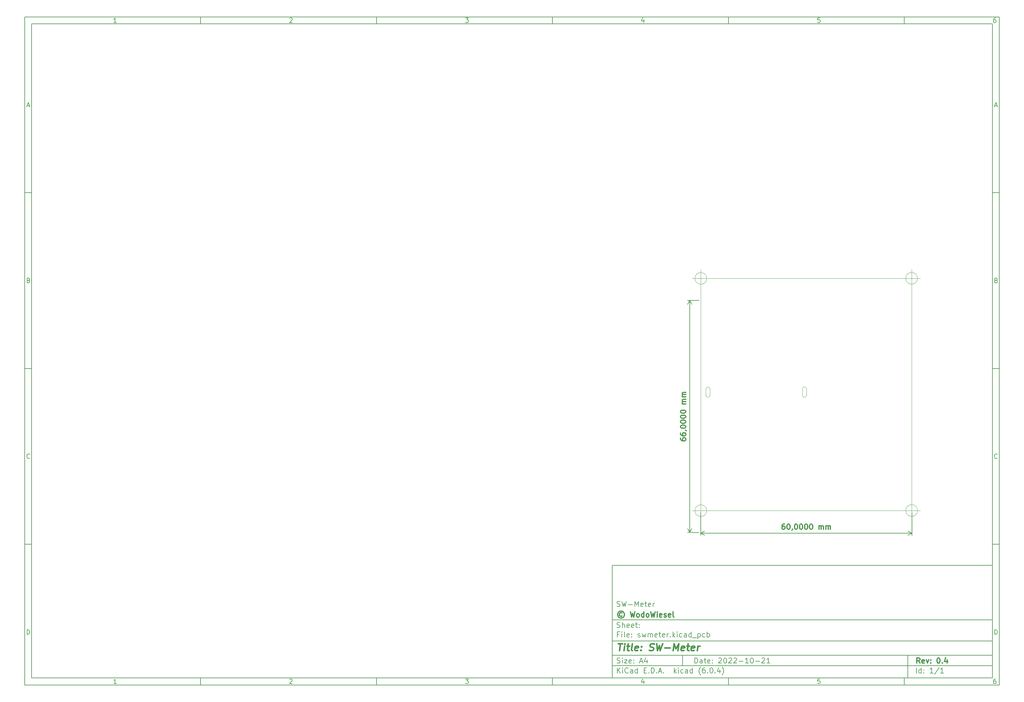
<source format=gbr>
%TF.GenerationSoftware,KiCad,Pcbnew,(6.0.4)*%
%TF.CreationDate,2022-12-17T16:47:49+01:00*%
%TF.ProjectId,swmeter,73776d65-7465-4722-9e6b-696361645f70,0.4*%
%TF.SameCoordinates,PXc0c6960PY8f71310*%
%TF.FileFunction,Other,User*%
%FSLAX46Y46*%
G04 Gerber Fmt 4.6, Leading zero omitted, Abs format (unit mm)*
G04 Created by KiCad (PCBNEW (6.0.4)) date 2022-12-17 16:47:49*
%MOMM*%
%LPD*%
G01*
G04 APERTURE LIST*
%ADD10C,0.100000*%
%ADD11C,0.150000*%
%ADD12C,0.300000*%
%ADD13C,0.400000*%
%TA.AperFunction,Profile*%
%ADD14C,0.100000*%
%TD*%
%ADD15C,0.200000*%
G04 APERTURE END LIST*
D10*
D11*
X-25137800Y-15597200D02*
X-25137800Y-47597200D01*
X82862200Y-47597200D01*
X82862200Y-15597200D01*
X-25137800Y-15597200D01*
D10*
D11*
X-192140000Y140410000D02*
X-192140000Y-49597200D01*
X84862200Y-49597200D01*
X84862200Y140410000D01*
X-192140000Y140410000D01*
D10*
D11*
X-190140000Y138410000D02*
X-190140000Y-47597200D01*
X82862200Y-47597200D01*
X82862200Y138410000D01*
X-190140000Y138410000D01*
D10*
D11*
X-142140000Y138410000D02*
X-142140000Y140410000D01*
D10*
D11*
X-92140000Y138410000D02*
X-92140000Y140410000D01*
D10*
D11*
X-42140000Y138410000D02*
X-42140000Y140410000D01*
D10*
D11*
X7860000Y138410000D02*
X7860000Y140410000D01*
D10*
D11*
X57860000Y138410000D02*
X57860000Y140410000D01*
D10*
D11*
X-166074524Y138821905D02*
X-166817381Y138821905D01*
X-166445953Y138821905D02*
X-166445953Y140121905D01*
X-166569762Y139936191D01*
X-166693572Y139812381D01*
X-166817381Y139750477D01*
D10*
D11*
X-116817381Y139998096D02*
X-116755477Y140060000D01*
X-116631667Y140121905D01*
X-116322143Y140121905D01*
X-116198334Y140060000D01*
X-116136429Y139998096D01*
X-116074524Y139874286D01*
X-116074524Y139750477D01*
X-116136429Y139564762D01*
X-116879286Y138821905D01*
X-116074524Y138821905D01*
D10*
D11*
X-66879286Y140121905D02*
X-66074524Y140121905D01*
X-66507858Y139626667D01*
X-66322143Y139626667D01*
X-66198334Y139564762D01*
X-66136429Y139502858D01*
X-66074524Y139379048D01*
X-66074524Y139069524D01*
X-66136429Y138945715D01*
X-66198334Y138883810D01*
X-66322143Y138821905D01*
X-66693572Y138821905D01*
X-66817381Y138883810D01*
X-66879286Y138945715D01*
D10*
D11*
X-16198334Y139688572D02*
X-16198334Y138821905D01*
X-16507858Y140183810D02*
X-16817381Y139255239D01*
X-16012620Y139255239D01*
D10*
D11*
X33863571Y140121905D02*
X33244523Y140121905D01*
X33182619Y139502858D01*
X33244523Y139564762D01*
X33368333Y139626667D01*
X33677857Y139626667D01*
X33801666Y139564762D01*
X33863571Y139502858D01*
X33925476Y139379048D01*
X33925476Y139069524D01*
X33863571Y138945715D01*
X33801666Y138883810D01*
X33677857Y138821905D01*
X33368333Y138821905D01*
X33244523Y138883810D01*
X33182619Y138945715D01*
D10*
D11*
X83801666Y140121905D02*
X83554047Y140121905D01*
X83430238Y140060000D01*
X83368333Y139998096D01*
X83244523Y139812381D01*
X83182619Y139564762D01*
X83182619Y139069524D01*
X83244523Y138945715D01*
X83306428Y138883810D01*
X83430238Y138821905D01*
X83677857Y138821905D01*
X83801666Y138883810D01*
X83863571Y138945715D01*
X83925476Y139069524D01*
X83925476Y139379048D01*
X83863571Y139502858D01*
X83801666Y139564762D01*
X83677857Y139626667D01*
X83430238Y139626667D01*
X83306428Y139564762D01*
X83244523Y139502858D01*
X83182619Y139379048D01*
D10*
D11*
X-142140000Y-47597200D02*
X-142140000Y-49597200D01*
D10*
D11*
X-92140000Y-47597200D02*
X-92140000Y-49597200D01*
D10*
D11*
X-42140000Y-47597200D02*
X-42140000Y-49597200D01*
D10*
D11*
X7860000Y-47597200D02*
X7860000Y-49597200D01*
D10*
D11*
X57860000Y-47597200D02*
X57860000Y-49597200D01*
D10*
D11*
X-166074524Y-49185295D02*
X-166817381Y-49185295D01*
X-166445953Y-49185295D02*
X-166445953Y-47885295D01*
X-166569762Y-48071009D01*
X-166693572Y-48194819D01*
X-166817381Y-48256723D01*
D10*
D11*
X-116817381Y-48009104D02*
X-116755477Y-47947200D01*
X-116631667Y-47885295D01*
X-116322143Y-47885295D01*
X-116198334Y-47947200D01*
X-116136429Y-48009104D01*
X-116074524Y-48132914D01*
X-116074524Y-48256723D01*
X-116136429Y-48442438D01*
X-116879286Y-49185295D01*
X-116074524Y-49185295D01*
D10*
D11*
X-66879286Y-47885295D02*
X-66074524Y-47885295D01*
X-66507858Y-48380533D01*
X-66322143Y-48380533D01*
X-66198334Y-48442438D01*
X-66136429Y-48504342D01*
X-66074524Y-48628152D01*
X-66074524Y-48937676D01*
X-66136429Y-49061485D01*
X-66198334Y-49123390D01*
X-66322143Y-49185295D01*
X-66693572Y-49185295D01*
X-66817381Y-49123390D01*
X-66879286Y-49061485D01*
D10*
D11*
X-16198334Y-48318628D02*
X-16198334Y-49185295D01*
X-16507858Y-47823390D02*
X-16817381Y-48751961D01*
X-16012620Y-48751961D01*
D10*
D11*
X33863571Y-47885295D02*
X33244523Y-47885295D01*
X33182619Y-48504342D01*
X33244523Y-48442438D01*
X33368333Y-48380533D01*
X33677857Y-48380533D01*
X33801666Y-48442438D01*
X33863571Y-48504342D01*
X33925476Y-48628152D01*
X33925476Y-48937676D01*
X33863571Y-49061485D01*
X33801666Y-49123390D01*
X33677857Y-49185295D01*
X33368333Y-49185295D01*
X33244523Y-49123390D01*
X33182619Y-49061485D01*
D10*
D11*
X83801666Y-47885295D02*
X83554047Y-47885295D01*
X83430238Y-47947200D01*
X83368333Y-48009104D01*
X83244523Y-48194819D01*
X83182619Y-48442438D01*
X83182619Y-48937676D01*
X83244523Y-49061485D01*
X83306428Y-49123390D01*
X83430238Y-49185295D01*
X83677857Y-49185295D01*
X83801666Y-49123390D01*
X83863571Y-49061485D01*
X83925476Y-48937676D01*
X83925476Y-48628152D01*
X83863571Y-48504342D01*
X83801666Y-48442438D01*
X83677857Y-48380533D01*
X83430238Y-48380533D01*
X83306428Y-48442438D01*
X83244523Y-48504342D01*
X83182619Y-48628152D01*
D10*
D11*
X-192140000Y90410000D02*
X-190140000Y90410000D01*
D10*
D11*
X-192140000Y40410000D02*
X-190140000Y40410000D01*
D10*
D11*
X-192140000Y-9590000D02*
X-190140000Y-9590000D01*
D10*
D11*
X-191449524Y115193334D02*
X-190830477Y115193334D01*
X-191573334Y114821905D02*
X-191140000Y116121905D01*
X-190706667Y114821905D01*
D10*
D11*
X-191047143Y65502858D02*
X-190861429Y65440953D01*
X-190799524Y65379048D01*
X-190737620Y65255239D01*
X-190737620Y65069524D01*
X-190799524Y64945715D01*
X-190861429Y64883810D01*
X-190985239Y64821905D01*
X-191480477Y64821905D01*
X-191480477Y66121905D01*
X-191047143Y66121905D01*
X-190923334Y66060000D01*
X-190861429Y65998096D01*
X-190799524Y65874286D01*
X-190799524Y65750477D01*
X-190861429Y65626667D01*
X-190923334Y65564762D01*
X-191047143Y65502858D01*
X-191480477Y65502858D01*
D10*
D11*
X-190737620Y14945715D02*
X-190799524Y14883810D01*
X-190985239Y14821905D01*
X-191109048Y14821905D01*
X-191294762Y14883810D01*
X-191418572Y15007620D01*
X-191480477Y15131429D01*
X-191542381Y15379048D01*
X-191542381Y15564762D01*
X-191480477Y15812381D01*
X-191418572Y15936191D01*
X-191294762Y16060000D01*
X-191109048Y16121905D01*
X-190985239Y16121905D01*
X-190799524Y16060000D01*
X-190737620Y15998096D01*
D10*
D11*
X-191480477Y-35178095D02*
X-191480477Y-33878095D01*
X-191170953Y-33878095D01*
X-190985239Y-33940000D01*
X-190861429Y-34063809D01*
X-190799524Y-34187619D01*
X-190737620Y-34435238D01*
X-190737620Y-34620952D01*
X-190799524Y-34868571D01*
X-190861429Y-34992380D01*
X-190985239Y-35116190D01*
X-191170953Y-35178095D01*
X-191480477Y-35178095D01*
D10*
D11*
X84862200Y90410000D02*
X82862200Y90410000D01*
D10*
D11*
X84862200Y40410000D02*
X82862200Y40410000D01*
D10*
D11*
X84862200Y-9590000D02*
X82862200Y-9590000D01*
D10*
D11*
X83552676Y115193334D02*
X84171723Y115193334D01*
X83428866Y114821905D02*
X83862200Y116121905D01*
X84295533Y114821905D01*
D10*
D11*
X83955057Y65502858D02*
X84140771Y65440953D01*
X84202676Y65379048D01*
X84264580Y65255239D01*
X84264580Y65069524D01*
X84202676Y64945715D01*
X84140771Y64883810D01*
X84016961Y64821905D01*
X83521723Y64821905D01*
X83521723Y66121905D01*
X83955057Y66121905D01*
X84078866Y66060000D01*
X84140771Y65998096D01*
X84202676Y65874286D01*
X84202676Y65750477D01*
X84140771Y65626667D01*
X84078866Y65564762D01*
X83955057Y65502858D01*
X83521723Y65502858D01*
D10*
D11*
X84264580Y14945715D02*
X84202676Y14883810D01*
X84016961Y14821905D01*
X83893152Y14821905D01*
X83707438Y14883810D01*
X83583628Y15007620D01*
X83521723Y15131429D01*
X83459819Y15379048D01*
X83459819Y15564762D01*
X83521723Y15812381D01*
X83583628Y15936191D01*
X83707438Y16060000D01*
X83893152Y16121905D01*
X84016961Y16121905D01*
X84202676Y16060000D01*
X84264580Y15998096D01*
D10*
D11*
X83521723Y-35178095D02*
X83521723Y-33878095D01*
X83831247Y-33878095D01*
X84016961Y-33940000D01*
X84140771Y-34063809D01*
X84202676Y-34187619D01*
X84264580Y-34435238D01*
X84264580Y-34620952D01*
X84202676Y-34868571D01*
X84140771Y-34992380D01*
X84016961Y-35116190D01*
X83831247Y-35178095D01*
X83521723Y-35178095D01*
D10*
D11*
X-1705658Y-43375771D02*
X-1705658Y-41875771D01*
X-1348515Y-41875771D01*
X-1134229Y-41947200D01*
X-991372Y-42090057D01*
X-919943Y-42232914D01*
X-848515Y-42518628D01*
X-848515Y-42732914D01*
X-919943Y-43018628D01*
X-991372Y-43161485D01*
X-1134229Y-43304342D01*
X-1348515Y-43375771D01*
X-1705658Y-43375771D01*
X437200Y-43375771D02*
X437200Y-42590057D01*
X365771Y-42447200D01*
X222914Y-42375771D01*
X-62800Y-42375771D01*
X-205658Y-42447200D01*
X437200Y-43304342D02*
X294342Y-43375771D01*
X-62800Y-43375771D01*
X-205658Y-43304342D01*
X-277086Y-43161485D01*
X-277086Y-43018628D01*
X-205658Y-42875771D01*
X-62800Y-42804342D01*
X294342Y-42804342D01*
X437200Y-42732914D01*
X937200Y-42375771D02*
X1508628Y-42375771D01*
X1151485Y-41875771D02*
X1151485Y-43161485D01*
X1222914Y-43304342D01*
X1365771Y-43375771D01*
X1508628Y-43375771D01*
X2580057Y-43304342D02*
X2437200Y-43375771D01*
X2151485Y-43375771D01*
X2008628Y-43304342D01*
X1937200Y-43161485D01*
X1937200Y-42590057D01*
X2008628Y-42447200D01*
X2151485Y-42375771D01*
X2437200Y-42375771D01*
X2580057Y-42447200D01*
X2651485Y-42590057D01*
X2651485Y-42732914D01*
X1937200Y-42875771D01*
X3294342Y-43232914D02*
X3365771Y-43304342D01*
X3294342Y-43375771D01*
X3222914Y-43304342D01*
X3294342Y-43232914D01*
X3294342Y-43375771D01*
X3294342Y-42447200D02*
X3365771Y-42518628D01*
X3294342Y-42590057D01*
X3222914Y-42518628D01*
X3294342Y-42447200D01*
X3294342Y-42590057D01*
X5080057Y-42018628D02*
X5151485Y-41947200D01*
X5294342Y-41875771D01*
X5651485Y-41875771D01*
X5794342Y-41947200D01*
X5865771Y-42018628D01*
X5937200Y-42161485D01*
X5937200Y-42304342D01*
X5865771Y-42518628D01*
X5008628Y-43375771D01*
X5937200Y-43375771D01*
X6865771Y-41875771D02*
X7008628Y-41875771D01*
X7151485Y-41947200D01*
X7222914Y-42018628D01*
X7294342Y-42161485D01*
X7365771Y-42447200D01*
X7365771Y-42804342D01*
X7294342Y-43090057D01*
X7222914Y-43232914D01*
X7151485Y-43304342D01*
X7008628Y-43375771D01*
X6865771Y-43375771D01*
X6722914Y-43304342D01*
X6651485Y-43232914D01*
X6580057Y-43090057D01*
X6508628Y-42804342D01*
X6508628Y-42447200D01*
X6580057Y-42161485D01*
X6651485Y-42018628D01*
X6722914Y-41947200D01*
X6865771Y-41875771D01*
X7937200Y-42018628D02*
X8008628Y-41947200D01*
X8151485Y-41875771D01*
X8508628Y-41875771D01*
X8651485Y-41947200D01*
X8722914Y-42018628D01*
X8794342Y-42161485D01*
X8794342Y-42304342D01*
X8722914Y-42518628D01*
X7865771Y-43375771D01*
X8794342Y-43375771D01*
X9365771Y-42018628D02*
X9437200Y-41947200D01*
X9580057Y-41875771D01*
X9937200Y-41875771D01*
X10080057Y-41947200D01*
X10151485Y-42018628D01*
X10222914Y-42161485D01*
X10222914Y-42304342D01*
X10151485Y-42518628D01*
X9294342Y-43375771D01*
X10222914Y-43375771D01*
X10865771Y-42804342D02*
X12008628Y-42804342D01*
X13508628Y-43375771D02*
X12651485Y-43375771D01*
X13080057Y-43375771D02*
X13080057Y-41875771D01*
X12937200Y-42090057D01*
X12794342Y-42232914D01*
X12651485Y-42304342D01*
X14437200Y-41875771D02*
X14580057Y-41875771D01*
X14722914Y-41947200D01*
X14794342Y-42018628D01*
X14865771Y-42161485D01*
X14937200Y-42447200D01*
X14937200Y-42804342D01*
X14865771Y-43090057D01*
X14794342Y-43232914D01*
X14722914Y-43304342D01*
X14580057Y-43375771D01*
X14437200Y-43375771D01*
X14294342Y-43304342D01*
X14222914Y-43232914D01*
X14151485Y-43090057D01*
X14080057Y-42804342D01*
X14080057Y-42447200D01*
X14151485Y-42161485D01*
X14222914Y-42018628D01*
X14294342Y-41947200D01*
X14437200Y-41875771D01*
X15580057Y-42804342D02*
X16722914Y-42804342D01*
X17365771Y-42018628D02*
X17437200Y-41947200D01*
X17580057Y-41875771D01*
X17937200Y-41875771D01*
X18080057Y-41947200D01*
X18151485Y-42018628D01*
X18222914Y-42161485D01*
X18222914Y-42304342D01*
X18151485Y-42518628D01*
X17294342Y-43375771D01*
X18222914Y-43375771D01*
X19651485Y-43375771D02*
X18794342Y-43375771D01*
X19222914Y-43375771D02*
X19222914Y-41875771D01*
X19080057Y-42090057D01*
X18937200Y-42232914D01*
X18794342Y-42304342D01*
D10*
D11*
X-25137800Y-44097200D02*
X82862200Y-44097200D01*
D10*
D11*
X-23705658Y-46175771D02*
X-23705658Y-44675771D01*
X-22848515Y-46175771D02*
X-23491372Y-45318628D01*
X-22848515Y-44675771D02*
X-23705658Y-45532914D01*
X-22205658Y-46175771D02*
X-22205658Y-45175771D01*
X-22205658Y-44675771D02*
X-22277086Y-44747200D01*
X-22205658Y-44818628D01*
X-22134229Y-44747200D01*
X-22205658Y-44675771D01*
X-22205658Y-44818628D01*
X-20634229Y-46032914D02*
X-20705658Y-46104342D01*
X-20919943Y-46175771D01*
X-21062800Y-46175771D01*
X-21277086Y-46104342D01*
X-21419943Y-45961485D01*
X-21491372Y-45818628D01*
X-21562800Y-45532914D01*
X-21562800Y-45318628D01*
X-21491372Y-45032914D01*
X-21419943Y-44890057D01*
X-21277086Y-44747200D01*
X-21062800Y-44675771D01*
X-20919943Y-44675771D01*
X-20705658Y-44747200D01*
X-20634229Y-44818628D01*
X-19348515Y-46175771D02*
X-19348515Y-45390057D01*
X-19419943Y-45247200D01*
X-19562800Y-45175771D01*
X-19848515Y-45175771D01*
X-19991372Y-45247200D01*
X-19348515Y-46104342D02*
X-19491372Y-46175771D01*
X-19848515Y-46175771D01*
X-19991372Y-46104342D01*
X-20062800Y-45961485D01*
X-20062800Y-45818628D01*
X-19991372Y-45675771D01*
X-19848515Y-45604342D01*
X-19491372Y-45604342D01*
X-19348515Y-45532914D01*
X-17991372Y-46175771D02*
X-17991372Y-44675771D01*
X-17991372Y-46104342D02*
X-18134229Y-46175771D01*
X-18419943Y-46175771D01*
X-18562800Y-46104342D01*
X-18634229Y-46032914D01*
X-18705658Y-45890057D01*
X-18705658Y-45461485D01*
X-18634229Y-45318628D01*
X-18562800Y-45247200D01*
X-18419943Y-45175771D01*
X-18134229Y-45175771D01*
X-17991372Y-45247200D01*
X-16134229Y-45390057D02*
X-15634229Y-45390057D01*
X-15419943Y-46175771D02*
X-16134229Y-46175771D01*
X-16134229Y-44675771D01*
X-15419943Y-44675771D01*
X-14777086Y-46032914D02*
X-14705658Y-46104342D01*
X-14777086Y-46175771D01*
X-14848515Y-46104342D01*
X-14777086Y-46032914D01*
X-14777086Y-46175771D01*
X-14062800Y-46175771D02*
X-14062800Y-44675771D01*
X-13705658Y-44675771D01*
X-13491372Y-44747200D01*
X-13348515Y-44890057D01*
X-13277086Y-45032914D01*
X-13205658Y-45318628D01*
X-13205658Y-45532914D01*
X-13277086Y-45818628D01*
X-13348515Y-45961485D01*
X-13491372Y-46104342D01*
X-13705658Y-46175771D01*
X-14062800Y-46175771D01*
X-12562800Y-46032914D02*
X-12491372Y-46104342D01*
X-12562800Y-46175771D01*
X-12634229Y-46104342D01*
X-12562800Y-46032914D01*
X-12562800Y-46175771D01*
X-11919943Y-45747200D02*
X-11205658Y-45747200D01*
X-12062800Y-46175771D02*
X-11562800Y-44675771D01*
X-11062800Y-46175771D01*
X-10562800Y-46032914D02*
X-10491372Y-46104342D01*
X-10562800Y-46175771D01*
X-10634229Y-46104342D01*
X-10562800Y-46032914D01*
X-10562800Y-46175771D01*
X-7562800Y-46175771D02*
X-7562800Y-44675771D01*
X-7419943Y-45604342D02*
X-6991372Y-46175771D01*
X-6991372Y-45175771D02*
X-7562800Y-45747200D01*
X-6348515Y-46175771D02*
X-6348515Y-45175771D01*
X-6348515Y-44675771D02*
X-6419943Y-44747200D01*
X-6348515Y-44818628D01*
X-6277086Y-44747200D01*
X-6348515Y-44675771D01*
X-6348515Y-44818628D01*
X-4991372Y-46104342D02*
X-5134229Y-46175771D01*
X-5419943Y-46175771D01*
X-5562800Y-46104342D01*
X-5634229Y-46032914D01*
X-5705658Y-45890057D01*
X-5705658Y-45461485D01*
X-5634229Y-45318628D01*
X-5562800Y-45247200D01*
X-5419943Y-45175771D01*
X-5134229Y-45175771D01*
X-4991372Y-45247200D01*
X-3705658Y-46175771D02*
X-3705658Y-45390057D01*
X-3777086Y-45247200D01*
X-3919943Y-45175771D01*
X-4205658Y-45175771D01*
X-4348515Y-45247200D01*
X-3705658Y-46104342D02*
X-3848515Y-46175771D01*
X-4205658Y-46175771D01*
X-4348515Y-46104342D01*
X-4419943Y-45961485D01*
X-4419943Y-45818628D01*
X-4348515Y-45675771D01*
X-4205658Y-45604342D01*
X-3848515Y-45604342D01*
X-3705658Y-45532914D01*
X-2348515Y-46175771D02*
X-2348515Y-44675771D01*
X-2348515Y-46104342D02*
X-2491372Y-46175771D01*
X-2777086Y-46175771D01*
X-2919943Y-46104342D01*
X-2991372Y-46032914D01*
X-3062800Y-45890057D01*
X-3062800Y-45461485D01*
X-2991372Y-45318628D01*
X-2919943Y-45247200D01*
X-2777086Y-45175771D01*
X-2491372Y-45175771D01*
X-2348515Y-45247200D01*
X-62800Y-46747200D02*
X-134229Y-46675771D01*
X-277086Y-46461485D01*
X-348515Y-46318628D01*
X-419943Y-46104342D01*
X-491372Y-45747200D01*
X-491372Y-45461485D01*
X-419943Y-45104342D01*
X-348515Y-44890057D01*
X-277086Y-44747200D01*
X-134229Y-44532914D01*
X-62800Y-44461485D01*
X1151485Y-44675771D02*
X865771Y-44675771D01*
X722914Y-44747200D01*
X651485Y-44818628D01*
X508628Y-45032914D01*
X437200Y-45318628D01*
X437200Y-45890057D01*
X508628Y-46032914D01*
X580057Y-46104342D01*
X722914Y-46175771D01*
X1008628Y-46175771D01*
X1151485Y-46104342D01*
X1222914Y-46032914D01*
X1294342Y-45890057D01*
X1294342Y-45532914D01*
X1222914Y-45390057D01*
X1151485Y-45318628D01*
X1008628Y-45247200D01*
X722914Y-45247200D01*
X580057Y-45318628D01*
X508628Y-45390057D01*
X437200Y-45532914D01*
X1937200Y-46032914D02*
X2008628Y-46104342D01*
X1937200Y-46175771D01*
X1865771Y-46104342D01*
X1937200Y-46032914D01*
X1937200Y-46175771D01*
X2937200Y-44675771D02*
X3080057Y-44675771D01*
X3222914Y-44747200D01*
X3294342Y-44818628D01*
X3365771Y-44961485D01*
X3437200Y-45247200D01*
X3437200Y-45604342D01*
X3365771Y-45890057D01*
X3294342Y-46032914D01*
X3222914Y-46104342D01*
X3080057Y-46175771D01*
X2937200Y-46175771D01*
X2794342Y-46104342D01*
X2722914Y-46032914D01*
X2651485Y-45890057D01*
X2580057Y-45604342D01*
X2580057Y-45247200D01*
X2651485Y-44961485D01*
X2722914Y-44818628D01*
X2794342Y-44747200D01*
X2937200Y-44675771D01*
X4080057Y-46032914D02*
X4151485Y-46104342D01*
X4080057Y-46175771D01*
X4008628Y-46104342D01*
X4080057Y-46032914D01*
X4080057Y-46175771D01*
X5437200Y-45175771D02*
X5437200Y-46175771D01*
X5080057Y-44604342D02*
X4722914Y-45675771D01*
X5651485Y-45675771D01*
X6080057Y-46747200D02*
X6151485Y-46675771D01*
X6294342Y-46461485D01*
X6365771Y-46318628D01*
X6437200Y-46104342D01*
X6508628Y-45747200D01*
X6508628Y-45461485D01*
X6437200Y-45104342D01*
X6365771Y-44890057D01*
X6294342Y-44747200D01*
X6151485Y-44532914D01*
X6080057Y-44461485D01*
D10*
D11*
X-25137800Y-41097200D02*
X82862200Y-41097200D01*
D10*
D12*
X62271485Y-43375771D02*
X61771485Y-42661485D01*
X61414342Y-43375771D02*
X61414342Y-41875771D01*
X61985771Y-41875771D01*
X62128628Y-41947200D01*
X62200057Y-42018628D01*
X62271485Y-42161485D01*
X62271485Y-42375771D01*
X62200057Y-42518628D01*
X62128628Y-42590057D01*
X61985771Y-42661485D01*
X61414342Y-42661485D01*
X63485771Y-43304342D02*
X63342914Y-43375771D01*
X63057200Y-43375771D01*
X62914342Y-43304342D01*
X62842914Y-43161485D01*
X62842914Y-42590057D01*
X62914342Y-42447200D01*
X63057200Y-42375771D01*
X63342914Y-42375771D01*
X63485771Y-42447200D01*
X63557200Y-42590057D01*
X63557200Y-42732914D01*
X62842914Y-42875771D01*
X64057200Y-42375771D02*
X64414342Y-43375771D01*
X64771485Y-42375771D01*
X65342914Y-43232914D02*
X65414342Y-43304342D01*
X65342914Y-43375771D01*
X65271485Y-43304342D01*
X65342914Y-43232914D01*
X65342914Y-43375771D01*
X65342914Y-42447200D02*
X65414342Y-42518628D01*
X65342914Y-42590057D01*
X65271485Y-42518628D01*
X65342914Y-42447200D01*
X65342914Y-42590057D01*
X67485771Y-41875771D02*
X67628628Y-41875771D01*
X67771485Y-41947200D01*
X67842914Y-42018628D01*
X67914342Y-42161485D01*
X67985771Y-42447200D01*
X67985771Y-42804342D01*
X67914342Y-43090057D01*
X67842914Y-43232914D01*
X67771485Y-43304342D01*
X67628628Y-43375771D01*
X67485771Y-43375771D01*
X67342914Y-43304342D01*
X67271485Y-43232914D01*
X67200057Y-43090057D01*
X67128628Y-42804342D01*
X67128628Y-42447200D01*
X67200057Y-42161485D01*
X67271485Y-42018628D01*
X67342914Y-41947200D01*
X67485771Y-41875771D01*
X68628628Y-43232914D02*
X68700057Y-43304342D01*
X68628628Y-43375771D01*
X68557200Y-43304342D01*
X68628628Y-43232914D01*
X68628628Y-43375771D01*
X69985771Y-42375771D02*
X69985771Y-43375771D01*
X69628628Y-41804342D02*
X69271485Y-42875771D01*
X70200057Y-42875771D01*
D10*
D11*
X-23777086Y-43304342D02*
X-23562800Y-43375771D01*
X-23205658Y-43375771D01*
X-23062800Y-43304342D01*
X-22991372Y-43232914D01*
X-22919943Y-43090057D01*
X-22919943Y-42947200D01*
X-22991372Y-42804342D01*
X-23062800Y-42732914D01*
X-23205658Y-42661485D01*
X-23491372Y-42590057D01*
X-23634229Y-42518628D01*
X-23705658Y-42447200D01*
X-23777086Y-42304342D01*
X-23777086Y-42161485D01*
X-23705658Y-42018628D01*
X-23634229Y-41947200D01*
X-23491372Y-41875771D01*
X-23134229Y-41875771D01*
X-22919943Y-41947200D01*
X-22277086Y-43375771D02*
X-22277086Y-42375771D01*
X-22277086Y-41875771D02*
X-22348515Y-41947200D01*
X-22277086Y-42018628D01*
X-22205658Y-41947200D01*
X-22277086Y-41875771D01*
X-22277086Y-42018628D01*
X-21705658Y-42375771D02*
X-20919943Y-42375771D01*
X-21705658Y-43375771D01*
X-20919943Y-43375771D01*
X-19777086Y-43304342D02*
X-19919943Y-43375771D01*
X-20205658Y-43375771D01*
X-20348515Y-43304342D01*
X-20419943Y-43161485D01*
X-20419943Y-42590057D01*
X-20348515Y-42447200D01*
X-20205658Y-42375771D01*
X-19919943Y-42375771D01*
X-19777086Y-42447200D01*
X-19705658Y-42590057D01*
X-19705658Y-42732914D01*
X-20419943Y-42875771D01*
X-19062800Y-43232914D02*
X-18991372Y-43304342D01*
X-19062800Y-43375771D01*
X-19134229Y-43304342D01*
X-19062800Y-43232914D01*
X-19062800Y-43375771D01*
X-19062800Y-42447200D02*
X-18991372Y-42518628D01*
X-19062800Y-42590057D01*
X-19134229Y-42518628D01*
X-19062800Y-42447200D01*
X-19062800Y-42590057D01*
X-17277086Y-42947200D02*
X-16562800Y-42947200D01*
X-17419943Y-43375771D02*
X-16919943Y-41875771D01*
X-16419943Y-43375771D01*
X-15277086Y-42375771D02*
X-15277086Y-43375771D01*
X-15634229Y-41804342D02*
X-15991372Y-42875771D01*
X-15062800Y-42875771D01*
D10*
D11*
X61294342Y-46175771D02*
X61294342Y-44675771D01*
X62651485Y-46175771D02*
X62651485Y-44675771D01*
X62651485Y-46104342D02*
X62508628Y-46175771D01*
X62222914Y-46175771D01*
X62080057Y-46104342D01*
X62008628Y-46032914D01*
X61937200Y-45890057D01*
X61937200Y-45461485D01*
X62008628Y-45318628D01*
X62080057Y-45247200D01*
X62222914Y-45175771D01*
X62508628Y-45175771D01*
X62651485Y-45247200D01*
X63365771Y-46032914D02*
X63437200Y-46104342D01*
X63365771Y-46175771D01*
X63294342Y-46104342D01*
X63365771Y-46032914D01*
X63365771Y-46175771D01*
X63365771Y-45247200D02*
X63437200Y-45318628D01*
X63365771Y-45390057D01*
X63294342Y-45318628D01*
X63365771Y-45247200D01*
X63365771Y-45390057D01*
X66008628Y-46175771D02*
X65151485Y-46175771D01*
X65580057Y-46175771D02*
X65580057Y-44675771D01*
X65437200Y-44890057D01*
X65294342Y-45032914D01*
X65151485Y-45104342D01*
X67722914Y-44604342D02*
X66437200Y-46532914D01*
X69008628Y-46175771D02*
X68151485Y-46175771D01*
X68580057Y-46175771D02*
X68580057Y-44675771D01*
X68437200Y-44890057D01*
X68294342Y-45032914D01*
X68151485Y-45104342D01*
D10*
D11*
X-25137800Y-37097200D02*
X82862200Y-37097200D01*
D10*
D13*
X-23425420Y-37801961D02*
X-22282562Y-37801961D01*
X-23103991Y-39801961D02*
X-22853991Y-37801961D01*
X-21865896Y-39801961D02*
X-21699229Y-38468628D01*
X-21615896Y-37801961D02*
X-21723039Y-37897200D01*
X-21639705Y-37992438D01*
X-21532562Y-37897200D01*
X-21615896Y-37801961D01*
X-21639705Y-37992438D01*
X-21032562Y-38468628D02*
X-20270658Y-38468628D01*
X-20663515Y-37801961D02*
X-20877800Y-39516247D01*
X-20806372Y-39706723D01*
X-20627800Y-39801961D01*
X-20437324Y-39801961D01*
X-19484943Y-39801961D02*
X-19663515Y-39706723D01*
X-19734943Y-39516247D01*
X-19520658Y-37801961D01*
X-17949229Y-39706723D02*
X-18151610Y-39801961D01*
X-18532562Y-39801961D01*
X-18711134Y-39706723D01*
X-18782562Y-39516247D01*
X-18687324Y-38754342D01*
X-18568277Y-38563866D01*
X-18365896Y-38468628D01*
X-17984943Y-38468628D01*
X-17806372Y-38563866D01*
X-17734943Y-38754342D01*
X-17758753Y-38944819D01*
X-18734943Y-39135295D01*
X-16984943Y-39611485D02*
X-16901610Y-39706723D01*
X-17008753Y-39801961D01*
X-17092086Y-39706723D01*
X-16984943Y-39611485D01*
X-17008753Y-39801961D01*
X-16853991Y-38563866D02*
X-16770658Y-38659104D01*
X-16877800Y-38754342D01*
X-16961134Y-38659104D01*
X-16853991Y-38563866D01*
X-16877800Y-38754342D01*
X-14615896Y-39706723D02*
X-14342086Y-39801961D01*
X-13865896Y-39801961D01*
X-13663515Y-39706723D01*
X-13556372Y-39611485D01*
X-13437324Y-39421009D01*
X-13413515Y-39230533D01*
X-13484943Y-39040057D01*
X-13568277Y-38944819D01*
X-13746848Y-38849580D01*
X-14115896Y-38754342D01*
X-14294467Y-38659104D01*
X-14377800Y-38563866D01*
X-14449229Y-38373390D01*
X-14425420Y-38182914D01*
X-14306372Y-37992438D01*
X-14199229Y-37897200D01*
X-13996848Y-37801961D01*
X-13520658Y-37801961D01*
X-13246848Y-37897200D01*
X-12568277Y-37801961D02*
X-12342086Y-39801961D01*
X-11782562Y-38373390D01*
X-11580181Y-39801961D01*
X-10853991Y-37801961D01*
X-10246848Y-39040057D02*
X-8723039Y-39040057D01*
X-7865896Y-39801961D02*
X-7615896Y-37801961D01*
X-7127800Y-39230533D01*
X-6282562Y-37801961D01*
X-6532562Y-39801961D01*
X-4806372Y-39706723D02*
X-5008753Y-39801961D01*
X-5389705Y-39801961D01*
X-5568277Y-39706723D01*
X-5639705Y-39516247D01*
X-5544467Y-38754342D01*
X-5425420Y-38563866D01*
X-5223039Y-38468628D01*
X-4842086Y-38468628D01*
X-4663515Y-38563866D01*
X-4592086Y-38754342D01*
X-4615896Y-38944819D01*
X-5592086Y-39135295D01*
X-3984943Y-38468628D02*
X-3223039Y-38468628D01*
X-3615896Y-37801961D02*
X-3830181Y-39516247D01*
X-3758753Y-39706723D01*
X-3580181Y-39801961D01*
X-3389705Y-39801961D01*
X-1949229Y-39706723D02*
X-2151610Y-39801961D01*
X-2532562Y-39801961D01*
X-2711134Y-39706723D01*
X-2782562Y-39516247D01*
X-2687324Y-38754342D01*
X-2568277Y-38563866D01*
X-2365896Y-38468628D01*
X-1984943Y-38468628D01*
X-1806372Y-38563866D01*
X-1734943Y-38754342D01*
X-1758753Y-38944819D01*
X-2734943Y-39135295D01*
X-1008753Y-39801961D02*
X-842086Y-38468628D01*
X-889705Y-38849580D02*
X-770658Y-38659104D01*
X-663515Y-38563866D01*
X-461134Y-38468628D01*
X-270658Y-38468628D01*
D10*
D11*
X-23205658Y-35190057D02*
X-23705658Y-35190057D01*
X-23705658Y-35975771D02*
X-23705658Y-34475771D01*
X-22991372Y-34475771D01*
X-22419943Y-35975771D02*
X-22419943Y-34975771D01*
X-22419943Y-34475771D02*
X-22491372Y-34547200D01*
X-22419943Y-34618628D01*
X-22348515Y-34547200D01*
X-22419943Y-34475771D01*
X-22419943Y-34618628D01*
X-21491372Y-35975771D02*
X-21634229Y-35904342D01*
X-21705658Y-35761485D01*
X-21705658Y-34475771D01*
X-20348515Y-35904342D02*
X-20491372Y-35975771D01*
X-20777086Y-35975771D01*
X-20919943Y-35904342D01*
X-20991372Y-35761485D01*
X-20991372Y-35190057D01*
X-20919943Y-35047200D01*
X-20777086Y-34975771D01*
X-20491372Y-34975771D01*
X-20348515Y-35047200D01*
X-20277086Y-35190057D01*
X-20277086Y-35332914D01*
X-20991372Y-35475771D01*
X-19634229Y-35832914D02*
X-19562800Y-35904342D01*
X-19634229Y-35975771D01*
X-19705658Y-35904342D01*
X-19634229Y-35832914D01*
X-19634229Y-35975771D01*
X-19634229Y-35047200D02*
X-19562800Y-35118628D01*
X-19634229Y-35190057D01*
X-19705658Y-35118628D01*
X-19634229Y-35047200D01*
X-19634229Y-35190057D01*
X-17848515Y-35904342D02*
X-17705658Y-35975771D01*
X-17419943Y-35975771D01*
X-17277086Y-35904342D01*
X-17205658Y-35761485D01*
X-17205658Y-35690057D01*
X-17277086Y-35547200D01*
X-17419943Y-35475771D01*
X-17634229Y-35475771D01*
X-17777086Y-35404342D01*
X-17848515Y-35261485D01*
X-17848515Y-35190057D01*
X-17777086Y-35047200D01*
X-17634229Y-34975771D01*
X-17419943Y-34975771D01*
X-17277086Y-35047200D01*
X-16705658Y-34975771D02*
X-16419943Y-35975771D01*
X-16134229Y-35261485D01*
X-15848515Y-35975771D01*
X-15562800Y-34975771D01*
X-14991372Y-35975771D02*
X-14991372Y-34975771D01*
X-14991372Y-35118628D02*
X-14919943Y-35047200D01*
X-14777086Y-34975771D01*
X-14562800Y-34975771D01*
X-14419943Y-35047200D01*
X-14348515Y-35190057D01*
X-14348515Y-35975771D01*
X-14348515Y-35190057D02*
X-14277086Y-35047200D01*
X-14134229Y-34975771D01*
X-13919943Y-34975771D01*
X-13777086Y-35047200D01*
X-13705658Y-35190057D01*
X-13705658Y-35975771D01*
X-12419943Y-35904342D02*
X-12562800Y-35975771D01*
X-12848515Y-35975771D01*
X-12991372Y-35904342D01*
X-13062800Y-35761485D01*
X-13062800Y-35190057D01*
X-12991372Y-35047200D01*
X-12848515Y-34975771D01*
X-12562800Y-34975771D01*
X-12419943Y-35047200D01*
X-12348515Y-35190057D01*
X-12348515Y-35332914D01*
X-13062800Y-35475771D01*
X-11919943Y-34975771D02*
X-11348515Y-34975771D01*
X-11705658Y-34475771D02*
X-11705658Y-35761485D01*
X-11634229Y-35904342D01*
X-11491372Y-35975771D01*
X-11348515Y-35975771D01*
X-10277086Y-35904342D02*
X-10419943Y-35975771D01*
X-10705658Y-35975771D01*
X-10848515Y-35904342D01*
X-10919943Y-35761485D01*
X-10919943Y-35190057D01*
X-10848515Y-35047200D01*
X-10705658Y-34975771D01*
X-10419943Y-34975771D01*
X-10277086Y-35047200D01*
X-10205658Y-35190057D01*
X-10205658Y-35332914D01*
X-10919943Y-35475771D01*
X-9562800Y-35975771D02*
X-9562800Y-34975771D01*
X-9562800Y-35261485D02*
X-9491372Y-35118628D01*
X-9419943Y-35047200D01*
X-9277086Y-34975771D01*
X-9134229Y-34975771D01*
X-8634229Y-35832914D02*
X-8562800Y-35904342D01*
X-8634229Y-35975771D01*
X-8705658Y-35904342D01*
X-8634229Y-35832914D01*
X-8634229Y-35975771D01*
X-7919943Y-35975771D02*
X-7919943Y-34475771D01*
X-7777086Y-35404342D02*
X-7348515Y-35975771D01*
X-7348515Y-34975771D02*
X-7919943Y-35547200D01*
X-6705658Y-35975771D02*
X-6705658Y-34975771D01*
X-6705658Y-34475771D02*
X-6777086Y-34547200D01*
X-6705658Y-34618628D01*
X-6634229Y-34547200D01*
X-6705658Y-34475771D01*
X-6705658Y-34618628D01*
X-5348515Y-35904342D02*
X-5491372Y-35975771D01*
X-5777086Y-35975771D01*
X-5919943Y-35904342D01*
X-5991372Y-35832914D01*
X-6062800Y-35690057D01*
X-6062800Y-35261485D01*
X-5991372Y-35118628D01*
X-5919943Y-35047200D01*
X-5777086Y-34975771D01*
X-5491372Y-34975771D01*
X-5348515Y-35047200D01*
X-4062800Y-35975771D02*
X-4062800Y-35190057D01*
X-4134229Y-35047200D01*
X-4277086Y-34975771D01*
X-4562800Y-34975771D01*
X-4705658Y-35047200D01*
X-4062800Y-35904342D02*
X-4205658Y-35975771D01*
X-4562800Y-35975771D01*
X-4705658Y-35904342D01*
X-4777086Y-35761485D01*
X-4777086Y-35618628D01*
X-4705658Y-35475771D01*
X-4562800Y-35404342D01*
X-4205658Y-35404342D01*
X-4062800Y-35332914D01*
X-2705658Y-35975771D02*
X-2705658Y-34475771D01*
X-2705658Y-35904342D02*
X-2848515Y-35975771D01*
X-3134229Y-35975771D01*
X-3277086Y-35904342D01*
X-3348515Y-35832914D01*
X-3419943Y-35690057D01*
X-3419943Y-35261485D01*
X-3348515Y-35118628D01*
X-3277086Y-35047200D01*
X-3134229Y-34975771D01*
X-2848515Y-34975771D01*
X-2705658Y-35047200D01*
X-2348515Y-36118628D02*
X-1205658Y-36118628D01*
X-848515Y-34975771D02*
X-848515Y-36475771D01*
X-848515Y-35047200D02*
X-705658Y-34975771D01*
X-419943Y-34975771D01*
X-277086Y-35047200D01*
X-205658Y-35118628D01*
X-134229Y-35261485D01*
X-134229Y-35690057D01*
X-205658Y-35832914D01*
X-277086Y-35904342D01*
X-419943Y-35975771D01*
X-705658Y-35975771D01*
X-848515Y-35904342D01*
X1151485Y-35904342D02*
X1008628Y-35975771D01*
X722914Y-35975771D01*
X580057Y-35904342D01*
X508628Y-35832914D01*
X437200Y-35690057D01*
X437200Y-35261485D01*
X508628Y-35118628D01*
X580057Y-35047200D01*
X722914Y-34975771D01*
X1008628Y-34975771D01*
X1151485Y-35047200D01*
X1794342Y-35975771D02*
X1794342Y-34475771D01*
X1794342Y-35047200D02*
X1937200Y-34975771D01*
X2222914Y-34975771D01*
X2365771Y-35047200D01*
X2437200Y-35118628D01*
X2508628Y-35261485D01*
X2508628Y-35690057D01*
X2437200Y-35832914D01*
X2365771Y-35904342D01*
X2222914Y-35975771D01*
X1937200Y-35975771D01*
X1794342Y-35904342D01*
D10*
D11*
X-25137800Y-31097200D02*
X82862200Y-31097200D01*
D10*
D11*
X-23777086Y-33204342D02*
X-23562800Y-33275771D01*
X-23205658Y-33275771D01*
X-23062800Y-33204342D01*
X-22991372Y-33132914D01*
X-22919943Y-32990057D01*
X-22919943Y-32847200D01*
X-22991372Y-32704342D01*
X-23062800Y-32632914D01*
X-23205658Y-32561485D01*
X-23491372Y-32490057D01*
X-23634229Y-32418628D01*
X-23705658Y-32347200D01*
X-23777086Y-32204342D01*
X-23777086Y-32061485D01*
X-23705658Y-31918628D01*
X-23634229Y-31847200D01*
X-23491372Y-31775771D01*
X-23134229Y-31775771D01*
X-22919943Y-31847200D01*
X-22277086Y-33275771D02*
X-22277086Y-31775771D01*
X-21634229Y-33275771D02*
X-21634229Y-32490057D01*
X-21705658Y-32347200D01*
X-21848515Y-32275771D01*
X-22062800Y-32275771D01*
X-22205658Y-32347200D01*
X-22277086Y-32418628D01*
X-20348515Y-33204342D02*
X-20491372Y-33275771D01*
X-20777086Y-33275771D01*
X-20919943Y-33204342D01*
X-20991372Y-33061485D01*
X-20991372Y-32490057D01*
X-20919943Y-32347200D01*
X-20777086Y-32275771D01*
X-20491372Y-32275771D01*
X-20348515Y-32347200D01*
X-20277086Y-32490057D01*
X-20277086Y-32632914D01*
X-20991372Y-32775771D01*
X-19062800Y-33204342D02*
X-19205658Y-33275771D01*
X-19491372Y-33275771D01*
X-19634229Y-33204342D01*
X-19705658Y-33061485D01*
X-19705658Y-32490057D01*
X-19634229Y-32347200D01*
X-19491372Y-32275771D01*
X-19205658Y-32275771D01*
X-19062800Y-32347200D01*
X-18991372Y-32490057D01*
X-18991372Y-32632914D01*
X-19705658Y-32775771D01*
X-18562800Y-32275771D02*
X-17991372Y-32275771D01*
X-18348515Y-31775771D02*
X-18348515Y-33061485D01*
X-18277086Y-33204342D01*
X-18134229Y-33275771D01*
X-17991372Y-33275771D01*
X-17491372Y-33132914D02*
X-17419943Y-33204342D01*
X-17491372Y-33275771D01*
X-17562800Y-33204342D01*
X-17491372Y-33132914D01*
X-17491372Y-33275771D01*
X-17491372Y-32347200D02*
X-17419943Y-32418628D01*
X-17491372Y-32490057D01*
X-17562800Y-32418628D01*
X-17491372Y-32347200D01*
X-17491372Y-32490057D01*
D10*
D12*
X-22371372Y-29132914D02*
X-22514229Y-29061485D01*
X-22799943Y-29061485D01*
X-22942800Y-29132914D01*
X-23085658Y-29275771D01*
X-23157086Y-29418628D01*
X-23157086Y-29704342D01*
X-23085658Y-29847200D01*
X-22942800Y-29990057D01*
X-22799943Y-30061485D01*
X-22514229Y-30061485D01*
X-22371372Y-29990057D01*
X-22657086Y-28561485D02*
X-23014229Y-28632914D01*
X-23371372Y-28847200D01*
X-23585658Y-29204342D01*
X-23657086Y-29561485D01*
X-23585658Y-29918628D01*
X-23371372Y-30275771D01*
X-23014229Y-30490057D01*
X-22657086Y-30561485D01*
X-22299943Y-30490057D01*
X-21942800Y-30275771D01*
X-21728515Y-29918628D01*
X-21657086Y-29561485D01*
X-21728515Y-29204342D01*
X-21942800Y-28847200D01*
X-22299943Y-28632914D01*
X-22657086Y-28561485D01*
X-20014229Y-28775771D02*
X-19657086Y-30275771D01*
X-19371372Y-29204342D01*
X-19085658Y-30275771D01*
X-18728515Y-28775771D01*
X-17942800Y-30275771D02*
X-18085658Y-30204342D01*
X-18157086Y-30132914D01*
X-18228515Y-29990057D01*
X-18228515Y-29561485D01*
X-18157086Y-29418628D01*
X-18085658Y-29347200D01*
X-17942800Y-29275771D01*
X-17728515Y-29275771D01*
X-17585658Y-29347200D01*
X-17514229Y-29418628D01*
X-17442800Y-29561485D01*
X-17442800Y-29990057D01*
X-17514229Y-30132914D01*
X-17585658Y-30204342D01*
X-17728515Y-30275771D01*
X-17942800Y-30275771D01*
X-16157086Y-30275771D02*
X-16157086Y-28775771D01*
X-16157086Y-30204342D02*
X-16299943Y-30275771D01*
X-16585658Y-30275771D01*
X-16728515Y-30204342D01*
X-16799943Y-30132914D01*
X-16871372Y-29990057D01*
X-16871372Y-29561485D01*
X-16799943Y-29418628D01*
X-16728515Y-29347200D01*
X-16585658Y-29275771D01*
X-16299943Y-29275771D01*
X-16157086Y-29347200D01*
X-15228515Y-30275771D02*
X-15371372Y-30204342D01*
X-15442800Y-30132914D01*
X-15514229Y-29990057D01*
X-15514229Y-29561485D01*
X-15442800Y-29418628D01*
X-15371372Y-29347200D01*
X-15228515Y-29275771D01*
X-15014229Y-29275771D01*
X-14871372Y-29347200D01*
X-14799943Y-29418628D01*
X-14728515Y-29561485D01*
X-14728515Y-29990057D01*
X-14799943Y-30132914D01*
X-14871372Y-30204342D01*
X-15014229Y-30275771D01*
X-15228515Y-30275771D01*
X-14228515Y-28775771D02*
X-13871372Y-30275771D01*
X-13585658Y-29204342D01*
X-13299943Y-30275771D01*
X-12942800Y-28775771D01*
X-12371372Y-30275771D02*
X-12371372Y-29275771D01*
X-12371372Y-28775771D02*
X-12442800Y-28847200D01*
X-12371372Y-28918628D01*
X-12299943Y-28847200D01*
X-12371372Y-28775771D01*
X-12371372Y-28918628D01*
X-11085658Y-30204342D02*
X-11228515Y-30275771D01*
X-11514229Y-30275771D01*
X-11657086Y-30204342D01*
X-11728515Y-30061485D01*
X-11728515Y-29490057D01*
X-11657086Y-29347200D01*
X-11514229Y-29275771D01*
X-11228515Y-29275771D01*
X-11085658Y-29347200D01*
X-11014229Y-29490057D01*
X-11014229Y-29632914D01*
X-11728515Y-29775771D01*
X-10442800Y-30204342D02*
X-10299943Y-30275771D01*
X-10014229Y-30275771D01*
X-9871372Y-30204342D01*
X-9799943Y-30061485D01*
X-9799943Y-29990057D01*
X-9871372Y-29847200D01*
X-10014229Y-29775771D01*
X-10228515Y-29775771D01*
X-10371372Y-29704342D01*
X-10442800Y-29561485D01*
X-10442800Y-29490057D01*
X-10371372Y-29347200D01*
X-10228515Y-29275771D01*
X-10014229Y-29275771D01*
X-9871372Y-29347200D01*
X-8585658Y-30204342D02*
X-8728515Y-30275771D01*
X-9014229Y-30275771D01*
X-9157086Y-30204342D01*
X-9228515Y-30061485D01*
X-9228515Y-29490057D01*
X-9157086Y-29347200D01*
X-9014229Y-29275771D01*
X-8728515Y-29275771D01*
X-8585658Y-29347200D01*
X-8514229Y-29490057D01*
X-8514229Y-29632914D01*
X-9228515Y-29775771D01*
X-7657086Y-30275771D02*
X-7799943Y-30204342D01*
X-7871372Y-30061485D01*
X-7871372Y-28775771D01*
D10*
D11*
X-23777086Y-27204342D02*
X-23562800Y-27275771D01*
X-23205658Y-27275771D01*
X-23062800Y-27204342D01*
X-22991372Y-27132914D01*
X-22919943Y-26990057D01*
X-22919943Y-26847200D01*
X-22991372Y-26704342D01*
X-23062800Y-26632914D01*
X-23205658Y-26561485D01*
X-23491372Y-26490057D01*
X-23634229Y-26418628D01*
X-23705658Y-26347200D01*
X-23777086Y-26204342D01*
X-23777086Y-26061485D01*
X-23705658Y-25918628D01*
X-23634229Y-25847200D01*
X-23491372Y-25775771D01*
X-23134229Y-25775771D01*
X-22919943Y-25847200D01*
X-22419943Y-25775771D02*
X-22062800Y-27275771D01*
X-21777086Y-26204342D01*
X-21491372Y-27275771D01*
X-21134229Y-25775771D01*
X-20562800Y-26704342D02*
X-19419943Y-26704342D01*
X-18705658Y-27275771D02*
X-18705658Y-25775771D01*
X-18205658Y-26847200D01*
X-17705658Y-25775771D01*
X-17705658Y-27275771D01*
X-16419943Y-27204342D02*
X-16562800Y-27275771D01*
X-16848515Y-27275771D01*
X-16991372Y-27204342D01*
X-17062800Y-27061485D01*
X-17062800Y-26490057D01*
X-16991372Y-26347200D01*
X-16848515Y-26275771D01*
X-16562800Y-26275771D01*
X-16419943Y-26347200D01*
X-16348515Y-26490057D01*
X-16348515Y-26632914D01*
X-17062800Y-26775771D01*
X-15919943Y-26275771D02*
X-15348515Y-26275771D01*
X-15705658Y-25775771D02*
X-15705658Y-27061485D01*
X-15634229Y-27204342D01*
X-15491372Y-27275771D01*
X-15348515Y-27275771D01*
X-14277086Y-27204342D02*
X-14419943Y-27275771D01*
X-14705658Y-27275771D01*
X-14848515Y-27204342D01*
X-14919943Y-27061485D01*
X-14919943Y-26490057D01*
X-14848515Y-26347200D01*
X-14705658Y-26275771D01*
X-14419943Y-26275771D01*
X-14277086Y-26347200D01*
X-14205658Y-26490057D01*
X-14205658Y-26632914D01*
X-14919943Y-26775771D01*
X-13562800Y-27275771D02*
X-13562800Y-26275771D01*
X-13562800Y-26561485D02*
X-13491372Y-26418628D01*
X-13419943Y-26347200D01*
X-13277086Y-26275771D01*
X-13134229Y-26275771D01*
D10*
D11*
D10*
D11*
D10*
D11*
D10*
D11*
X-5137800Y-41097200D02*
X-5137800Y-44097200D01*
D10*
D11*
X58862200Y-41097200D02*
X58862200Y-47597200D01*
D14*
X30060000Y34610000D02*
G75*
G03*
X28860000Y34610000I-600000J0D01*
G01*
X59970000Y66020000D02*
X0Y66020000D01*
X0Y66020000D02*
X0Y0D01*
X0Y0D02*
X59970000Y0D01*
X59970000Y0D02*
X59970000Y66020000D01*
X28860000Y32810000D02*
G75*
G03*
X30060000Y32810000I600000J0D01*
G01*
X2610000Y34630000D02*
X2610000Y32830000D01*
X28860000Y34610000D02*
X28860000Y32810000D01*
X2610000Y34630000D02*
G75*
G03*
X1410000Y34630000I-600000J-97600D01*
G01*
X30060000Y34610000D02*
X30060000Y32810000D01*
X1410000Y32830000D02*
G75*
G03*
X2610000Y32830000I600000J0D01*
G01*
X1410000Y34630000D02*
X1410000Y32830000D01*
D12*
X-5763312Y20577461D02*
X-5763399Y20291747D01*
X-5692013Y20148868D01*
X-5620607Y20077418D01*
X-5406364Y19934496D01*
X-5120671Y19862981D01*
X-4549243Y19862807D01*
X-4406364Y19934193D01*
X-4334914Y20005600D01*
X-4263442Y20148435D01*
X-4263356Y20434149D01*
X-4334741Y20577028D01*
X-4406148Y20648478D01*
X-4548983Y20719950D01*
X-4906126Y20720058D01*
X-5049005Y20648673D01*
X-5120455Y20577266D01*
X-5191927Y20434431D01*
X-5192013Y20148716D01*
X-5120628Y20005838D01*
X-5049221Y19934387D01*
X-4906386Y19862916D01*
X-5762879Y22006032D02*
X-5762966Y21720318D01*
X-5691581Y21577439D01*
X-5620174Y21505989D01*
X-5405931Y21363067D01*
X-5120239Y21291552D01*
X-4548810Y21291379D01*
X-4405931Y21362764D01*
X-4334481Y21434171D01*
X-4263009Y21577006D01*
X-4262923Y21862721D01*
X-4334308Y22005599D01*
X-4405715Y22077050D01*
X-4548550Y22148522D01*
X-4905693Y22148630D01*
X-5048572Y22077244D01*
X-5120022Y22005838D01*
X-5191494Y21863002D01*
X-5191581Y21577288D01*
X-5120195Y21434409D01*
X-5048788Y21362959D01*
X-4905953Y21291487D01*
X-4334048Y22862742D02*
X-4262620Y22862721D01*
X-4119784Y22791249D01*
X-4048377Y22719799D01*
X-5762338Y23791747D02*
X-5762295Y23934604D01*
X-5690823Y24077439D01*
X-5619373Y24148846D01*
X-5476494Y24220231D01*
X-5190758Y24291573D01*
X-4833615Y24291465D01*
X-4547923Y24219950D01*
X-4405087Y24148478D01*
X-4333680Y24077028D01*
X-4262295Y23934149D01*
X-4262338Y23791292D01*
X-4333810Y23648457D01*
X-4405260Y23577050D01*
X-4548139Y23505664D01*
X-4833875Y23434322D01*
X-5191018Y23434431D01*
X-5476710Y23505946D01*
X-5619546Y23577418D01*
X-5690953Y23648868D01*
X-5762338Y23791747D01*
X-5761905Y25220318D02*
X-5761862Y25363175D01*
X-5690390Y25506011D01*
X-5618940Y25577417D01*
X-5476061Y25648803D01*
X-5190325Y25720145D01*
X-4833182Y25720037D01*
X-4547490Y25648521D01*
X-4404654Y25577050D01*
X-4333247Y25505599D01*
X-4261862Y25362721D01*
X-4261905Y25219863D01*
X-4333377Y25077028D01*
X-4404827Y25005621D01*
X-4547706Y24934236D01*
X-4833442Y24862894D01*
X-5190585Y24863002D01*
X-5476278Y24934517D01*
X-5619113Y25005989D01*
X-5690520Y25077439D01*
X-5761905Y25220318D01*
X-5761472Y26648889D02*
X-5761429Y26791746D01*
X-5689957Y26934582D01*
X-5618507Y27005989D01*
X-5475628Y27077374D01*
X-5189892Y27148716D01*
X-4832749Y27148608D01*
X-4547057Y27077093D01*
X-4404221Y27005621D01*
X-4332814Y26934171D01*
X-4261429Y26791292D01*
X-4261472Y26648435D01*
X-4332944Y26505599D01*
X-4404394Y26434192D01*
X-4547273Y26362807D01*
X-4833009Y26291465D01*
X-5190152Y26291573D01*
X-5475845Y26363088D01*
X-5618680Y26434560D01*
X-5690087Y26506011D01*
X-5761472Y26648889D01*
X-5761039Y28077461D02*
X-5760996Y28220318D01*
X-5689524Y28363153D01*
X-5618074Y28434560D01*
X-5475195Y28505945D01*
X-5189459Y28577287D01*
X-4832317Y28577179D01*
X-4546624Y28505664D01*
X-4403788Y28434192D01*
X-4332381Y28362742D01*
X-4260996Y28219863D01*
X-4261039Y28077006D01*
X-4332511Y27934171D01*
X-4403962Y27862764D01*
X-4546840Y27791378D01*
X-4832576Y27720036D01*
X-5189719Y27720145D01*
X-5475412Y27791660D01*
X-5618247Y27863132D01*
X-5689654Y27934582D01*
X-5761039Y28077461D01*
X-4260347Y30362720D02*
X-5260347Y30363023D01*
X-5117490Y30362980D02*
X-5188897Y30434430D01*
X-5260282Y30577309D01*
X-5260217Y30791595D01*
X-5188745Y30934430D01*
X-5045866Y31005815D01*
X-4260152Y31005577D01*
X-5045866Y31005815D02*
X-5188702Y31077287D01*
X-5260087Y31220166D01*
X-5260022Y31434452D01*
X-5188550Y31577287D01*
X-5045671Y31648673D01*
X-4259957Y31648435D01*
X-4259741Y32362720D02*
X-5259741Y32363023D01*
X-5116884Y32362980D02*
X-5188291Y32434430D01*
X-5259676Y32577309D01*
X-5259611Y32791595D01*
X-5188139Y32934430D01*
X-5045260Y33005815D01*
X-4259546Y33005577D01*
X-5045260Y33005815D02*
X-5188096Y33077287D01*
X-5259481Y33220166D01*
X-5259416Y33434452D01*
X-5187944Y33577287D01*
X-5045065Y33648673D01*
X-4259351Y33648434D01*
D15*
X-490000Y59790152D02*
X-3716420Y59791130D01*
X-510000Y-6209848D02*
X-3736420Y-6208870D01*
X-3130000Y59790952D02*
X-3150000Y-6209048D01*
X-3130000Y59790952D02*
X-3150000Y-6209048D01*
X-3130000Y59790952D02*
X-3716762Y58664626D01*
X-3130000Y59790952D02*
X-2543921Y58664271D01*
X-3150000Y-6209048D02*
X-2563238Y-5082722D01*
X-3150000Y-6209048D02*
X-3736079Y-5082367D01*
D12*
X23785079Y-3817535D02*
X23499364Y-3817488D01*
X23356495Y-3888892D01*
X23285055Y-3960309D01*
X23142162Y-4174571D01*
X23070686Y-4460273D01*
X23070591Y-5031702D01*
X23141995Y-5174571D01*
X23213412Y-5246011D01*
X23356257Y-5317464D01*
X23641972Y-5317511D01*
X23784841Y-5246107D01*
X23856281Y-5174690D01*
X23927734Y-5031845D01*
X23927793Y-4674702D01*
X23856388Y-4531833D01*
X23784972Y-4460392D01*
X23642126Y-4388940D01*
X23356412Y-4388892D01*
X23213543Y-4460297D01*
X23142103Y-4531714D01*
X23070650Y-4674559D01*
X24856507Y-3817714D02*
X24999364Y-3817738D01*
X25142210Y-3889190D01*
X25213626Y-3960630D01*
X25285031Y-4103500D01*
X25356412Y-4389226D01*
X25356353Y-4746369D01*
X25284876Y-5032071D01*
X25213424Y-5174916D01*
X25141984Y-5246333D01*
X24999114Y-5317738D01*
X24856257Y-5317714D01*
X24713412Y-5246261D01*
X24641995Y-5174821D01*
X24570591Y-5031952D01*
X24499210Y-4746226D01*
X24499269Y-4389083D01*
X24570745Y-4103380D01*
X24642198Y-3960535D01*
X24713638Y-3889119D01*
X24856507Y-3817714D01*
X26070555Y-5246488D02*
X26070543Y-5317916D01*
X25999091Y-5460761D01*
X25927650Y-5532178D01*
X26999364Y-3818071D02*
X27142222Y-3818095D01*
X27285067Y-3889547D01*
X27356483Y-3960988D01*
X27427888Y-4103857D01*
X27499269Y-4389583D01*
X27499210Y-4746726D01*
X27427733Y-5032428D01*
X27356281Y-5175273D01*
X27284841Y-5246690D01*
X27141972Y-5318095D01*
X26999114Y-5318071D01*
X26856269Y-5246619D01*
X26784853Y-5175178D01*
X26713448Y-5032309D01*
X26642067Y-4746583D01*
X26642126Y-4389440D01*
X26713603Y-4103738D01*
X26785055Y-3960892D01*
X26856495Y-3889476D01*
X26999364Y-3818071D01*
X28427936Y-3818309D02*
X28570793Y-3818333D01*
X28713638Y-3889785D01*
X28785055Y-3961226D01*
X28856460Y-4104095D01*
X28927841Y-4389821D01*
X28927781Y-4746964D01*
X28856305Y-5032666D01*
X28784853Y-5175511D01*
X28713412Y-5246928D01*
X28570543Y-5318333D01*
X28427686Y-5318309D01*
X28284841Y-5246857D01*
X28213424Y-5175416D01*
X28142019Y-5032547D01*
X28070638Y-4746821D01*
X28070698Y-4389678D01*
X28142174Y-4103976D01*
X28213626Y-3961130D01*
X28285067Y-3889714D01*
X28427936Y-3818309D01*
X29856507Y-3818547D02*
X29999364Y-3818571D01*
X30142210Y-3890023D01*
X30213626Y-3961464D01*
X30285031Y-4104333D01*
X30356412Y-4390059D01*
X30356352Y-4747202D01*
X30284876Y-5032904D01*
X30213424Y-5175749D01*
X30141983Y-5247166D01*
X29999114Y-5318571D01*
X29856257Y-5318547D01*
X29713412Y-5247095D01*
X29641995Y-5175654D01*
X29570591Y-5032785D01*
X29499210Y-4747059D01*
X29499269Y-4389916D01*
X29570745Y-4104214D01*
X29642198Y-3961369D01*
X29713638Y-3889952D01*
X29856507Y-3818547D01*
X31285079Y-3818785D02*
X31427936Y-3818809D01*
X31570781Y-3890261D01*
X31642198Y-3961702D01*
X31713602Y-4104571D01*
X31784983Y-4390297D01*
X31784924Y-4747440D01*
X31713448Y-5033142D01*
X31641995Y-5175988D01*
X31570555Y-5247404D01*
X31427686Y-5318809D01*
X31284829Y-5318785D01*
X31141983Y-5247333D01*
X31070567Y-5175892D01*
X30999162Y-5033023D01*
X30927781Y-4747297D01*
X30927841Y-4390154D01*
X30999317Y-4104452D01*
X31070769Y-3961607D01*
X31142210Y-3890190D01*
X31285079Y-3818785D01*
X33570543Y-5319166D02*
X33570710Y-4319166D01*
X33570686Y-4462023D02*
X33642126Y-4390607D01*
X33784995Y-4319202D01*
X33999281Y-4319238D01*
X34142126Y-4390690D01*
X34213531Y-4533559D01*
X34213400Y-5319273D01*
X34213531Y-4533559D02*
X34284983Y-4390714D01*
X34427852Y-4319309D01*
X34642138Y-4319345D01*
X34784983Y-4390797D01*
X34856388Y-4533666D01*
X34856257Y-5319380D01*
X35570543Y-5319499D02*
X35570710Y-4319500D01*
X35570686Y-4462357D02*
X35642126Y-4390940D01*
X35784995Y-4319535D01*
X35999281Y-4319571D01*
X36142126Y-4391023D01*
X36213531Y-4533892D01*
X36213400Y-5319607D01*
X36213531Y-4533892D02*
X36284983Y-4391047D01*
X36427852Y-4319642D01*
X36642138Y-4319678D01*
X36784983Y-4391130D01*
X36856388Y-4534000D01*
X36856257Y-5319714D01*
D15*
X-83Y-500000D02*
X-1170Y-7021420D01*
X59999917Y-510000D02*
X59998830Y-7031420D01*
X-1072Y-6435000D02*
X59998928Y-6445000D01*
X-1072Y-6435000D02*
X59998928Y-6445000D01*
X-1072Y-6435000D02*
X1125334Y-7021608D01*
X-1072Y-6435000D02*
X1125529Y-5848767D01*
X59998928Y-6445000D02*
X58872522Y-5858392D01*
X59998928Y-6445000D02*
X58872327Y-7031233D01*
D14*
X61586666Y30000D02*
G75*
G03*
X61586666Y30000I-1666666J0D01*
G01*
X57420000Y30000D02*
X62420000Y30000D01*
X59920000Y2530000D02*
X59920000Y-2470000D01*
X1666666Y0D02*
G75*
G03*
X1666666Y0I-1666666J0D01*
G01*
X-2500000Y0D02*
X2500000Y0D01*
X0Y2500000D02*
X0Y-2500000D01*
X1686666Y66040000D02*
G75*
G03*
X1686666Y66040000I-1666666J0D01*
G01*
X-2480000Y66040000D02*
X2520000Y66040000D01*
X20000Y68540000D02*
X20000Y63540000D01*
X61586666Y66070000D02*
G75*
G03*
X61586666Y66070000I-1666666J0D01*
G01*
X57420000Y66070000D02*
X62420000Y66070000D01*
X59920000Y68570000D02*
X59920000Y63570000D01*
M02*

</source>
